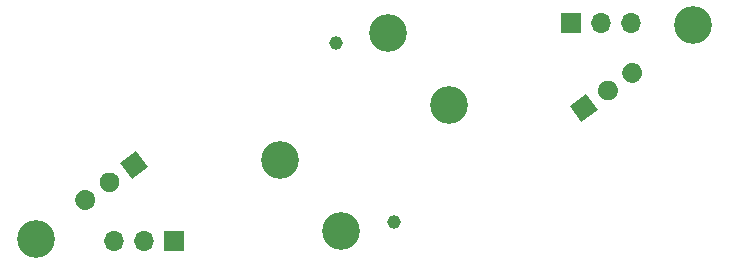
<source format=gbr>
%TF.GenerationSoftware,KiCad,Pcbnew,5.1.9*%
%TF.CreationDate,2021-01-29T13:58:11-05:00*%
%TF.ProjectId,penroserombus_thin_40mm,70656e72-6f73-4657-926f-6d6275735f74,rev?*%
%TF.SameCoordinates,Original*%
%TF.FileFunction,Soldermask,Bot*%
%TF.FilePolarity,Negative*%
%FSLAX46Y46*%
G04 Gerber Fmt 4.6, Leading zero omitted, Abs format (unit mm)*
G04 Created by KiCad (PCBNEW 5.1.9) date 2021-01-29 13:58:11*
%MOMM*%
%LPD*%
G01*
G04 APERTURE LIST*
%ADD10C,3.200000*%
%ADD11C,1.150000*%
%ADD12C,0.100000*%
%ADD13O,1.700000X1.700000*%
%ADD14R,1.700000X1.700000*%
G04 APERTURE END LIST*
D10*
%TO.C,M3*%
X162152501Y-70963609D03*
%TD*%
%TO.C,M3*%
X147806268Y-75624982D03*
%TD*%
%TO.C,M3*%
X127168342Y-82330651D03*
%TD*%
%TO.C,M3*%
X152996675Y-81700001D03*
%TD*%
%TO.C,M3*%
X182790427Y-64257940D03*
%TD*%
%TO.C,M3*%
X156962095Y-64888590D03*
%TD*%
D11*
%TO.C,MH*%
X157439371Y-80865352D03*
%TD*%
%TO.C,MH*%
X152519399Y-65723239D03*
%TD*%
D12*
%TO.C,J3*%
G36*
X134235591Y-75875041D02*
G01*
X135610920Y-74875806D01*
X136610155Y-76251135D01*
X135234826Y-77250370D01*
X134235591Y-75875041D01*
G37*
G36*
G01*
X132868353Y-76868399D02*
X132868353Y-76868399D01*
G75*
G02*
X134055634Y-77056446I499617J-687664D01*
G01*
X134055634Y-77056446D01*
G75*
G02*
X133867587Y-78243727I-687664J-499617D01*
G01*
X133867587Y-78243727D01*
G75*
G02*
X132680306Y-78055680I-499617J687664D01*
G01*
X132680306Y-78055680D01*
G75*
G02*
X132868353Y-76868399I687664J499617D01*
G01*
G37*
G36*
G01*
X130813450Y-78361373D02*
X130813450Y-78361373D01*
G75*
G02*
X132000731Y-78549420I499617J-687664D01*
G01*
X132000731Y-78549420D01*
G75*
G02*
X131812684Y-79736701I-687664J-499617D01*
G01*
X131812684Y-79736701D01*
G75*
G02*
X130625403Y-79548654I-499617J687664D01*
G01*
X130625403Y-79548654D01*
G75*
G02*
X130813450Y-78361373I687664J499617D01*
G01*
G37*
%TD*%
D13*
%TO.C,J1*%
X177508389Y-64039267D03*
X174968389Y-64039267D03*
D14*
X172428389Y-64039267D03*
%TD*%
%TO.C,J2*%
X138799045Y-82550000D03*
D13*
X136259045Y-82550000D03*
X133719045Y-82550000D03*
%TD*%
%TO.C,J4*%
G36*
G01*
X178119344Y-68973468D02*
X178119344Y-68973468D01*
G75*
G02*
X176932063Y-68785421I-499617J687664D01*
G01*
X176932063Y-68785421D01*
G75*
G02*
X177120110Y-67598140I687664J499617D01*
G01*
X177120110Y-67598140D01*
G75*
G02*
X178307391Y-67786187I499617J-687664D01*
G01*
X178307391Y-67786187D01*
G75*
G02*
X178119344Y-68973468I-687664J-499617D01*
G01*
G37*
G36*
G01*
X176064441Y-70466442D02*
X176064441Y-70466442D01*
G75*
G02*
X174877160Y-70278395I-499617J687664D01*
G01*
X174877160Y-70278395D01*
G75*
G02*
X175065207Y-69091114I687664J499617D01*
G01*
X175065207Y-69091114D01*
G75*
G02*
X176252488Y-69279161I499617J-687664D01*
G01*
X176252488Y-69279161D01*
G75*
G02*
X176064441Y-70466442I-687664J-499617D01*
G01*
G37*
D12*
G36*
X174697203Y-71459800D02*
G01*
X173321874Y-72459035D01*
X172322639Y-71083706D01*
X173697968Y-70084471D01*
X174697203Y-71459800D01*
G37*
%TD*%
M02*

</source>
